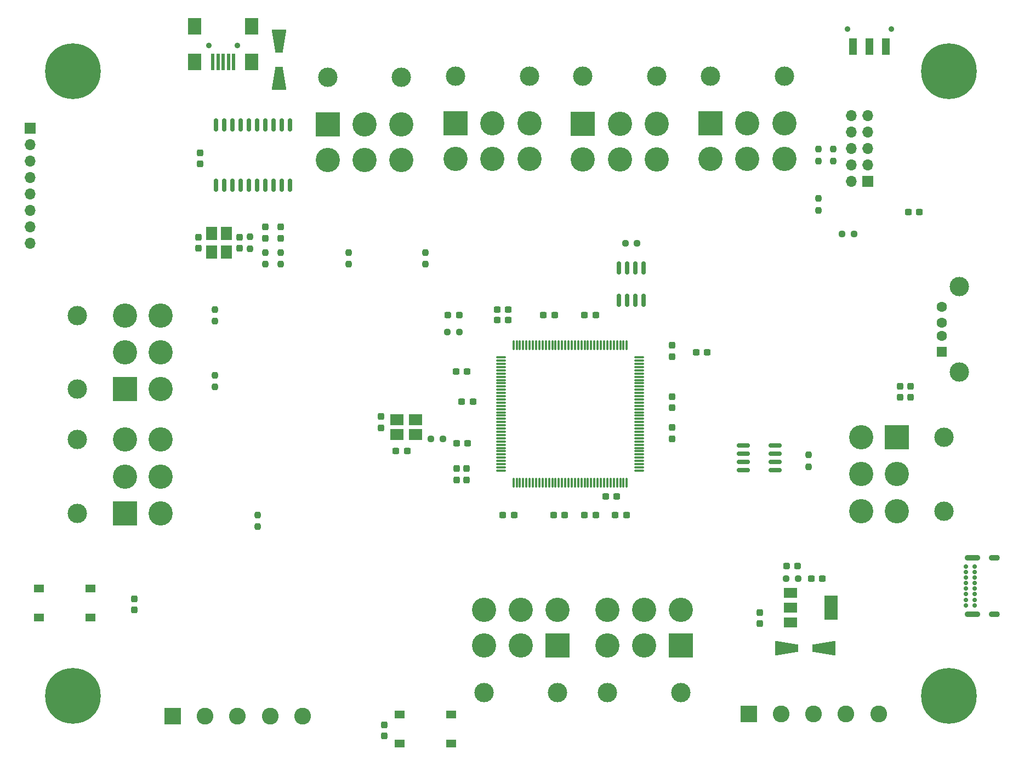
<source format=gts>
G04 #@! TF.GenerationSoftware,KiCad,Pcbnew,7.0.7*
G04 #@! TF.CreationDate,2024-01-22T22:27:14-06:00*
G04 #@! TF.ProjectId,stm32f429z,73746d33-3266-4343-9239-7a2e6b696361,rev?*
G04 #@! TF.SameCoordinates,Original*
G04 #@! TF.FileFunction,Soldermask,Top*
G04 #@! TF.FilePolarity,Negative*
%FSLAX46Y46*%
G04 Gerber Fmt 4.6, Leading zero omitted, Abs format (unit mm)*
G04 Created by KiCad (PCBNEW 7.0.7) date 2024-01-22 22:27:14*
%MOMM*%
%LPD*%
G01*
G04 APERTURE LIST*
G04 Aperture macros list*
%AMRoundRect*
0 Rectangle with rounded corners*
0 $1 Rounding radius*
0 $2 $3 $4 $5 $6 $7 $8 $9 X,Y pos of 4 corners*
0 Add a 4 corners polygon primitive as box body*
4,1,4,$2,$3,$4,$5,$6,$7,$8,$9,$2,$3,0*
0 Add four circle primitives for the rounded corners*
1,1,$1+$1,$2,$3*
1,1,$1+$1,$4,$5*
1,1,$1+$1,$6,$7*
1,1,$1+$1,$8,$9*
0 Add four rect primitives between the rounded corners*
20,1,$1+$1,$2,$3,$4,$5,0*
20,1,$1+$1,$4,$5,$6,$7,0*
20,1,$1+$1,$6,$7,$8,$9,0*
20,1,$1+$1,$8,$9,$2,$3,0*%
%AMOutline4P*
0 Free polygon, 4 corners , with rotation*
0 The origin of the aperture is its center*
0 number of corners: always 4*
0 $1 to $8 corner X, Y*
0 $9 Rotation angle, in degrees counterclockwise*
0 create outline with 4 corners*
4,1,4,$1,$2,$3,$4,$5,$6,$7,$8,$1,$2,$9*%
G04 Aperture macros list end*
%ADD10R,2.000000X1.500000*%
%ADD11R,2.000000X3.800000*%
%ADD12RoundRect,0.237500X-0.237500X0.250000X-0.237500X-0.250000X0.237500X-0.250000X0.237500X0.250000X0*%
%ADD13C,3.000000*%
%ADD14R,3.750000X3.750000*%
%ADD15C,3.750000*%
%ADD16RoundRect,0.237500X0.237500X-0.250000X0.237500X0.250000X-0.237500X0.250000X-0.237500X-0.250000X0*%
%ADD17RoundRect,0.237500X0.300000X0.237500X-0.300000X0.237500X-0.300000X-0.237500X0.300000X-0.237500X0*%
%ADD18Outline4P,-1.800000X-1.150000X1.800000X-0.550000X1.800000X0.550000X-1.800000X1.150000X0.000000*%
%ADD19Outline4P,-1.800000X-1.150000X1.800000X-0.550000X1.800000X0.550000X-1.800000X1.150000X180.000000*%
%ADD20R,1.700000X1.700000*%
%ADD21O,1.700000X1.700000*%
%ADD22R,2.600000X2.600000*%
%ADD23C,2.600000*%
%ADD24RoundRect,0.237500X-0.237500X0.300000X-0.237500X-0.300000X0.237500X-0.300000X0.237500X0.300000X0*%
%ADD25RoundRect,0.237500X-0.287500X-0.237500X0.287500X-0.237500X0.287500X0.237500X-0.287500X0.237500X0*%
%ADD26RoundRect,0.237500X0.237500X-0.287500X0.237500X0.287500X-0.237500X0.287500X-0.237500X-0.287500X0*%
%ADD27C,0.900000*%
%ADD28R,1.250000X2.500000*%
%ADD29R,1.550000X1.300000*%
%ADD30RoundRect,0.237500X-0.300000X-0.237500X0.300000X-0.237500X0.300000X0.237500X-0.300000X0.237500X0*%
%ADD31RoundRect,0.237500X0.237500X-0.300000X0.237500X0.300000X-0.237500X0.300000X-0.237500X-0.300000X0*%
%ADD32RoundRect,0.237500X0.250000X0.237500X-0.250000X0.237500X-0.250000X-0.237500X0.250000X-0.237500X0*%
%ADD33RoundRect,0.075000X-0.662500X-0.075000X0.662500X-0.075000X0.662500X0.075000X-0.662500X0.075000X0*%
%ADD34RoundRect,0.075000X-0.075000X-0.662500X0.075000X-0.662500X0.075000X0.662500X-0.075000X0.662500X0*%
%ADD35RoundRect,0.237500X-0.250000X-0.237500X0.250000X-0.237500X0.250000X0.237500X-0.250000X0.237500X0*%
%ADD36R,1.800000X2.100000*%
%ADD37Outline4P,-1.800000X-1.150000X1.800000X-0.550000X1.800000X0.550000X-1.800000X1.150000X270.000000*%
%ADD38Outline4P,-1.800000X-1.150000X1.800000X-0.550000X1.800000X0.550000X-1.800000X1.150000X90.000000*%
%ADD39C,0.700000*%
%ADD40O,2.400000X0.900000*%
%ADD41O,1.700000X0.900000*%
%ADD42RoundRect,0.150000X0.150000X-0.875000X0.150000X0.875000X-0.150000X0.875000X-0.150000X-0.875000X0*%
%ADD43R,2.100000X1.800000*%
%ADD44RoundRect,0.150000X-0.825000X-0.150000X0.825000X-0.150000X0.825000X0.150000X-0.825000X0.150000X0*%
%ADD45C,8.600000*%
%ADD46R,1.500000X1.600000*%
%ADD47C,1.600000*%
%ADD48R,0.500000X2.500000*%
%ADD49R,2.000000X2.500000*%
%ADD50RoundRect,0.150000X0.150000X-0.825000X0.150000X0.825000X-0.150000X0.825000X-0.150000X-0.825000X0*%
G04 APERTURE END LIST*
D10*
X187707500Y-126068750D03*
X187707500Y-128368750D03*
D11*
X194007500Y-128368750D03*
D10*
X187707500Y-130668750D03*
D12*
X192024000Y-57507500D03*
X192024000Y-59332500D03*
D13*
X170800000Y-141480000D03*
X159400000Y-141480000D03*
D14*
X170800000Y-134180000D03*
D15*
X165100000Y-134180000D03*
X159400000Y-134180000D03*
X170800000Y-128680000D03*
X165100000Y-128680000D03*
X159400000Y-128680000D03*
D16*
X108966000Y-75276250D03*
X108966000Y-73451250D03*
D17*
X174852500Y-88900000D03*
X173127500Y-88900000D03*
D18*
X187092000Y-134620000D03*
D19*
X192892000Y-134620000D03*
D20*
X199613750Y-62487500D03*
D21*
X197073750Y-62487500D03*
X199613750Y-59947500D03*
X197073750Y-59947500D03*
X199613750Y-57407500D03*
X197073750Y-57407500D03*
X199613750Y-54867500D03*
X197073750Y-54867500D03*
X199613750Y-52327500D03*
X197073750Y-52327500D03*
D22*
X92315000Y-145085000D03*
D23*
X97315000Y-145085000D03*
X102315000Y-145085000D03*
X107315000Y-145085000D03*
X112315000Y-145085000D03*
D24*
X124460000Y-98832500D03*
X124460000Y-100557500D03*
D13*
X77595000Y-113793750D03*
X77595000Y-102393750D03*
D14*
X84895000Y-113793750D03*
D15*
X84895000Y-108093750D03*
X84895000Y-102393750D03*
X90395000Y-113793750D03*
X90395000Y-108093750D03*
X90395000Y-102393750D03*
D25*
X187085000Y-121920000D03*
X188835000Y-121920000D03*
D26*
X106584750Y-71270000D03*
X106584750Y-69520000D03*
D27*
X203298000Y-38938200D03*
X196498000Y-38938200D03*
D28*
X202398000Y-41688200D03*
X199898000Y-41688200D03*
X197398000Y-41688200D03*
D24*
X169451250Y-100518750D03*
X169451250Y-102243750D03*
D16*
X131351250Y-75306250D03*
X131351250Y-73481250D03*
D12*
X192024000Y-65127500D03*
X192024000Y-66952500D03*
D29*
X127360000Y-144851250D03*
X135320000Y-144851250D03*
X127360000Y-149351250D03*
X135320000Y-149351250D03*
D16*
X190500000Y-106576500D03*
X190500000Y-104751500D03*
D12*
X194310000Y-57507500D03*
X194310000Y-59332500D03*
D17*
X138657500Y-96520000D03*
X136932500Y-96520000D03*
D30*
X126772500Y-104140000D03*
X128497500Y-104140000D03*
D16*
X119445000Y-75306250D03*
X119445000Y-73481250D03*
D24*
X169451250Y-87818750D03*
X169451250Y-89543750D03*
D31*
X124968000Y-148182500D03*
X124968000Y-146457500D03*
X86360000Y-128725000D03*
X86360000Y-127000000D03*
D32*
X136525000Y-85725000D03*
X134700000Y-85725000D03*
D33*
X143007500Y-89675000D03*
X143007500Y-90175000D03*
X143007500Y-90675000D03*
X143007500Y-91175000D03*
X143007500Y-91675000D03*
X143007500Y-92175000D03*
X143007500Y-92675000D03*
X143007500Y-93175000D03*
X143007500Y-93675000D03*
X143007500Y-94175000D03*
X143007500Y-94675000D03*
X143007500Y-95175000D03*
X143007500Y-95675000D03*
X143007500Y-96175000D03*
X143007500Y-96675000D03*
X143007500Y-97175000D03*
X143007500Y-97675000D03*
X143007500Y-98175000D03*
X143007500Y-98675000D03*
X143007500Y-99175000D03*
X143007500Y-99675000D03*
X143007500Y-100175000D03*
X143007500Y-100675000D03*
X143007500Y-101175000D03*
X143007500Y-101675000D03*
X143007500Y-102175000D03*
X143007500Y-102675000D03*
X143007500Y-103175000D03*
X143007500Y-103675000D03*
X143007500Y-104175000D03*
X143007500Y-104675000D03*
X143007500Y-105175000D03*
X143007500Y-105675000D03*
X143007500Y-106175000D03*
X143007500Y-106675000D03*
X143007500Y-107175000D03*
D34*
X144920000Y-109087500D03*
X145420000Y-109087500D03*
X145920000Y-109087500D03*
X146420000Y-109087500D03*
X146920000Y-109087500D03*
X147420000Y-109087500D03*
X147920000Y-109087500D03*
X148420000Y-109087500D03*
X148920000Y-109087500D03*
X149420000Y-109087500D03*
X149920000Y-109087500D03*
X150420000Y-109087500D03*
X150920000Y-109087500D03*
X151420000Y-109087500D03*
X151920000Y-109087500D03*
X152420000Y-109087500D03*
X152920000Y-109087500D03*
X153420000Y-109087500D03*
X153920000Y-109087500D03*
X154420000Y-109087500D03*
X154920000Y-109087500D03*
X155420000Y-109087500D03*
X155920000Y-109087500D03*
X156420000Y-109087500D03*
X156920000Y-109087500D03*
X157420000Y-109087500D03*
X157920000Y-109087500D03*
X158420000Y-109087500D03*
X158920000Y-109087500D03*
X159420000Y-109087500D03*
X159920000Y-109087500D03*
X160420000Y-109087500D03*
X160920000Y-109087500D03*
X161420000Y-109087500D03*
X161920000Y-109087500D03*
X162420000Y-109087500D03*
D33*
X164332500Y-107175000D03*
X164332500Y-106675000D03*
X164332500Y-106175000D03*
X164332500Y-105675000D03*
X164332500Y-105175000D03*
X164332500Y-104675000D03*
X164332500Y-104175000D03*
X164332500Y-103675000D03*
X164332500Y-103175000D03*
X164332500Y-102675000D03*
X164332500Y-102175000D03*
X164332500Y-101675000D03*
X164332500Y-101175000D03*
X164332500Y-100675000D03*
X164332500Y-100175000D03*
X164332500Y-99675000D03*
X164332500Y-99175000D03*
X164332500Y-98675000D03*
X164332500Y-98175000D03*
X164332500Y-97675000D03*
X164332500Y-97175000D03*
X164332500Y-96675000D03*
X164332500Y-96175000D03*
X164332500Y-95675000D03*
X164332500Y-95175000D03*
X164332500Y-94675000D03*
X164332500Y-94175000D03*
X164332500Y-93675000D03*
X164332500Y-93175000D03*
X164332500Y-92675000D03*
X164332500Y-92175000D03*
X164332500Y-91675000D03*
X164332500Y-91175000D03*
X164332500Y-90675000D03*
X164332500Y-90175000D03*
X164332500Y-89675000D03*
D34*
X162420000Y-87762500D03*
X161920000Y-87762500D03*
X161420000Y-87762500D03*
X160920000Y-87762500D03*
X160420000Y-87762500D03*
X159920000Y-87762500D03*
X159420000Y-87762500D03*
X158920000Y-87762500D03*
X158420000Y-87762500D03*
X157920000Y-87762500D03*
X157420000Y-87762500D03*
X156920000Y-87762500D03*
X156420000Y-87762500D03*
X155920000Y-87762500D03*
X155420000Y-87762500D03*
X154920000Y-87762500D03*
X154420000Y-87762500D03*
X153920000Y-87762500D03*
X153420000Y-87762500D03*
X152920000Y-87762500D03*
X152420000Y-87762500D03*
X151920000Y-87762500D03*
X151420000Y-87762500D03*
X150920000Y-87762500D03*
X150420000Y-87762500D03*
X149920000Y-87762500D03*
X149420000Y-87762500D03*
X148920000Y-87762500D03*
X148420000Y-87762500D03*
X147920000Y-87762500D03*
X147420000Y-87762500D03*
X146920000Y-87762500D03*
X146420000Y-87762500D03*
X145920000Y-87762500D03*
X145420000Y-87762500D03*
X144920000Y-87762500D03*
D17*
X157613750Y-114081250D03*
X155888750Y-114081250D03*
D35*
X187047500Y-123825000D03*
X188872500Y-123825000D03*
D12*
X98782500Y-92432500D03*
X98782500Y-94257500D03*
D36*
X100591000Y-73432500D03*
X100591000Y-70532500D03*
X98291000Y-70532500D03*
X98291000Y-73432500D03*
D37*
X108712000Y-40788000D03*
D38*
X108712000Y-46588000D03*
D17*
X145007500Y-114081250D03*
X143282500Y-114081250D03*
X152851250Y-114081250D03*
X151126250Y-114081250D03*
D31*
X102616000Y-72845000D03*
X102616000Y-71120000D03*
D17*
X137770000Y-91856250D03*
X136045000Y-91856250D03*
D22*
X181295000Y-144780000D03*
D23*
X186295000Y-144780000D03*
X191295000Y-144780000D03*
X196295000Y-144780000D03*
X201295000Y-144780000D03*
D13*
X151750000Y-141480000D03*
X140350000Y-141480000D03*
D14*
X151750000Y-134180000D03*
D15*
X146050000Y-134180000D03*
X140350000Y-134180000D03*
X151750000Y-128680000D03*
X146050000Y-128680000D03*
X140350000Y-128680000D03*
D13*
X175340000Y-46227500D03*
X186740000Y-46227500D03*
D14*
X175340000Y-53527500D03*
D15*
X181040000Y-53527500D03*
X186740000Y-53527500D03*
X175340000Y-59027500D03*
X181040000Y-59027500D03*
X186740000Y-59027500D03*
D31*
X182945000Y-130818750D03*
X182945000Y-129093750D03*
D39*
X214825000Y-127975000D03*
X214825000Y-127125000D03*
X214825000Y-126275000D03*
X214825000Y-125425000D03*
X214825000Y-124575000D03*
X214825000Y-123725000D03*
X214825000Y-122875000D03*
X214825000Y-122025000D03*
X216175000Y-122025000D03*
X216175000Y-122875000D03*
X216175000Y-123725000D03*
X216175000Y-124575000D03*
X216175000Y-125425000D03*
X216175000Y-126275000D03*
X216175000Y-127125000D03*
X216175000Y-127975000D03*
D40*
X215805000Y-129325000D03*
D41*
X219185000Y-129325000D03*
D40*
X215805000Y-120675000D03*
D41*
X219185000Y-120675000D03*
D31*
X96520000Y-59790500D03*
X96520000Y-58065500D03*
D32*
X134008500Y-102235000D03*
X132183500Y-102235000D03*
D17*
X144120000Y-82331250D03*
X142395000Y-82331250D03*
D42*
X98933000Y-63070000D03*
X100203000Y-63070000D03*
X101473000Y-63070000D03*
X102743000Y-63070000D03*
X104013000Y-63070000D03*
X105283000Y-63070000D03*
X106553000Y-63070000D03*
X107823000Y-63070000D03*
X109093000Y-63070000D03*
X110363000Y-63070000D03*
X110363000Y-53770000D03*
X109093000Y-53770000D03*
X107823000Y-53770000D03*
X106553000Y-53770000D03*
X105283000Y-53770000D03*
X104013000Y-53770000D03*
X102743000Y-53770000D03*
X101473000Y-53770000D03*
X100203000Y-53770000D03*
X98933000Y-53770000D03*
D24*
X169451250Y-95756250D03*
X169451250Y-97481250D03*
D12*
X98782500Y-82272500D03*
X98782500Y-84097500D03*
D43*
X126885000Y-101578750D03*
X129785000Y-101578750D03*
X129785000Y-99278750D03*
X126885000Y-99278750D03*
D24*
X96266000Y-71120000D03*
X96266000Y-72845000D03*
D12*
X105410000Y-114022500D03*
X105410000Y-115847500D03*
D17*
X137838750Y-102968750D03*
X136113750Y-102968750D03*
D30*
X190907500Y-123825000D03*
X192632500Y-123825000D03*
D24*
X206248000Y-94133500D03*
X206248000Y-95858500D03*
D13*
X77595000Y-94600000D03*
X77595000Y-83200000D03*
D14*
X84895000Y-94600000D03*
D15*
X84895000Y-88900000D03*
X84895000Y-83200000D03*
X90395000Y-94600000D03*
X90395000Y-88900000D03*
X90395000Y-83200000D03*
D44*
X180405000Y-103251000D03*
X180405000Y-104521000D03*
X180405000Y-105791000D03*
X180405000Y-107061000D03*
X185355000Y-107061000D03*
X185355000Y-105791000D03*
X185355000Y-104521000D03*
X185355000Y-103251000D03*
D20*
X70232500Y-54232500D03*
D21*
X70232500Y-56772500D03*
X70232500Y-59312500D03*
X70232500Y-61852500D03*
X70232500Y-64392500D03*
X70232500Y-66932500D03*
X70232500Y-69472500D03*
X70232500Y-72012500D03*
D32*
X197508500Y-70612000D03*
X195683500Y-70612000D03*
D13*
X211395000Y-102031250D03*
X211395000Y-113431250D03*
D14*
X204095000Y-102031250D03*
D15*
X204095000Y-107731250D03*
X204095000Y-113431250D03*
X198595000Y-102031250D03*
X198595000Y-107731250D03*
X198595000Y-113431250D03*
D27*
X208930000Y-45501250D03*
X209874581Y-43220831D03*
X209874581Y-47781669D03*
X212155000Y-42276250D03*
D45*
X212155000Y-45501250D03*
D27*
X212155000Y-48726250D03*
X214435419Y-43220831D03*
X214435419Y-47781669D03*
X215380000Y-45501250D03*
D29*
X71585000Y-125385000D03*
X79545000Y-125385000D03*
X71585000Y-129885000D03*
X79545000Y-129885000D03*
D26*
X108966000Y-71270000D03*
X108966000Y-69520000D03*
D13*
X135970000Y-46227500D03*
X147370000Y-46227500D03*
D14*
X135970000Y-53527500D03*
D15*
X141670000Y-53527500D03*
X147370000Y-53527500D03*
X135970000Y-59027500D03*
X141670000Y-59027500D03*
X147370000Y-59027500D03*
D30*
X155888750Y-83125000D03*
X157613750Y-83125000D03*
D24*
X204660500Y-94133500D03*
X204660500Y-95858500D03*
D27*
X73675000Y-142021250D03*
X74619581Y-139740831D03*
X74619581Y-144301669D03*
X76900000Y-138796250D03*
D45*
X76900000Y-142021250D03*
D27*
X76900000Y-145246250D03*
X79180419Y-139740831D03*
X79180419Y-144301669D03*
X80125000Y-142021250D03*
D17*
X144120000Y-83918750D03*
X142395000Y-83918750D03*
D46*
X211048000Y-88844000D03*
D47*
X211048000Y-86344000D03*
X211048000Y-84344000D03*
X211048000Y-81844000D03*
D13*
X213758000Y-91914000D03*
X213758000Y-78774000D03*
D16*
X106584750Y-75276250D03*
X106584750Y-73451250D03*
D27*
X73675000Y-45501250D03*
X74619581Y-43220831D03*
X74619581Y-47781669D03*
X76900000Y-42276250D03*
D45*
X76900000Y-45501250D03*
D27*
X76900000Y-48726250D03*
X79180419Y-43220831D03*
X79180419Y-47781669D03*
X80125000Y-45501250D03*
D13*
X116220000Y-46355000D03*
X127620000Y-46355000D03*
D14*
X116220000Y-53655000D03*
D15*
X121920000Y-53655000D03*
X127620000Y-53655000D03*
X116220000Y-59155000D03*
X121920000Y-59155000D03*
X127620000Y-59155000D03*
D30*
X149538750Y-83125000D03*
X151263750Y-83125000D03*
D27*
X208930000Y-142021250D03*
X209874581Y-139740831D03*
X209874581Y-144301669D03*
X212155000Y-138796250D03*
D45*
X212155000Y-142021250D03*
D27*
X212155000Y-145246250D03*
X214435419Y-139740831D03*
X214435419Y-144301669D03*
X215380000Y-142021250D03*
D24*
X136113750Y-106868750D03*
X136113750Y-108593750D03*
D17*
X162376250Y-114081250D03*
X160651250Y-114081250D03*
D25*
X134782500Y-83175000D03*
X136532500Y-83175000D03*
D24*
X137701250Y-106868750D03*
X137701250Y-108593750D03*
D27*
X102300000Y-41446250D03*
X97900000Y-41446250D03*
D48*
X101700000Y-44046250D03*
X100900000Y-44046250D03*
X100100000Y-44046250D03*
X99300000Y-44046250D03*
X98500000Y-44046250D03*
D49*
X104500000Y-44046250D03*
X104500000Y-38546250D03*
X95700000Y-44046250D03*
X95700000Y-38546250D03*
D50*
X161196250Y-80837500D03*
X162466250Y-80837500D03*
X163736250Y-80837500D03*
X165006250Y-80837500D03*
X165006250Y-75887500D03*
X163736250Y-75887500D03*
X162466250Y-75887500D03*
X161196250Y-75887500D03*
D17*
X160882500Y-111125000D03*
X159157500Y-111125000D03*
D30*
X205895000Y-67250000D03*
X207620000Y-67250000D03*
D12*
X104203500Y-71070000D03*
X104203500Y-72895000D03*
D32*
X164013750Y-72012500D03*
X162188750Y-72012500D03*
D13*
X155655000Y-46261250D03*
X167055000Y-46261250D03*
D14*
X155655000Y-53561250D03*
D15*
X161355000Y-53561250D03*
X167055000Y-53561250D03*
X155655000Y-59061250D03*
X161355000Y-59061250D03*
X167055000Y-59061250D03*
M02*

</source>
